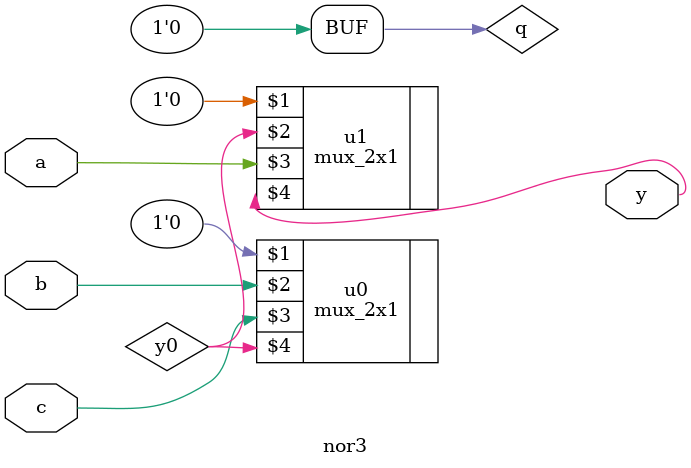
<source format=v>
`include "mux_2x1.v" 
module nor3(a,b,c,y);
input a,b,c;
wire q,y0;
output y;
// mux_2x1(i0, i1, sel, y);

assign q=a&(~a); //q=1;

mux_2x1 u0(q,b,c,y0);
mux_2x1 u1(q,y0,a,y);

endmodule

</source>
